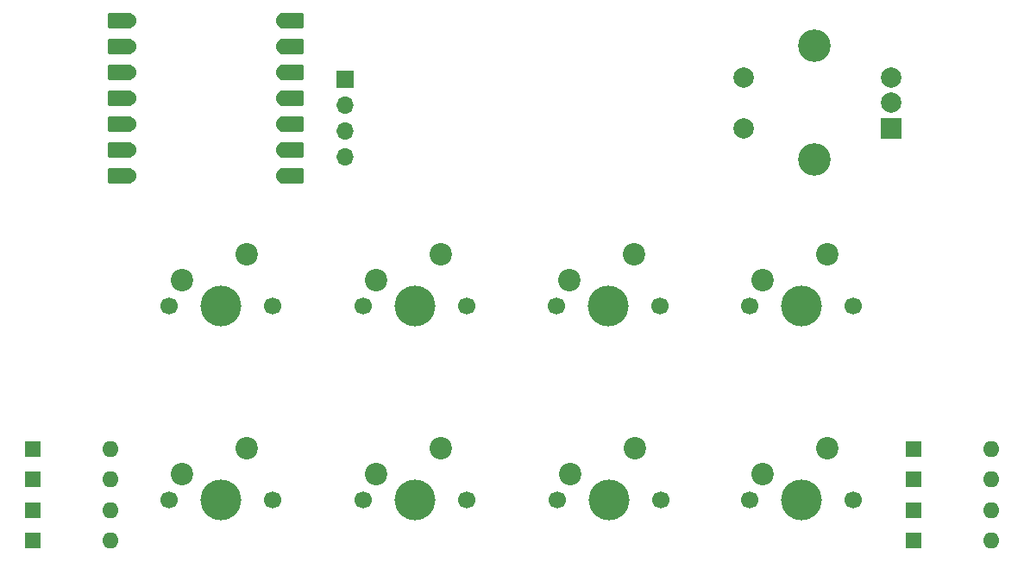
<source format=gbr>
%TF.GenerationSoftware,KiCad,Pcbnew,8.0.6*%
%TF.CreationDate,2024-10-26T22:47:32+05:30*%
%TF.ProjectId,Macropad,4d616372-6f70-4616-942e-6b696361645f,rev?*%
%TF.SameCoordinates,Original*%
%TF.FileFunction,Soldermask,Top*%
%TF.FilePolarity,Negative*%
%FSLAX46Y46*%
G04 Gerber Fmt 4.6, Leading zero omitted, Abs format (unit mm)*
G04 Created by KiCad (PCBNEW 8.0.6) date 2024-10-26 22:47:32*
%MOMM*%
%LPD*%
G01*
G04 APERTURE LIST*
G04 Aperture macros list*
%AMRoundRect*
0 Rectangle with rounded corners*
0 $1 Rounding radius*
0 $2 $3 $4 $5 $6 $7 $8 $9 X,Y pos of 4 corners*
0 Add a 4 corners polygon primitive as box body*
4,1,4,$2,$3,$4,$5,$6,$7,$8,$9,$2,$3,0*
0 Add four circle primitives for the rounded corners*
1,1,$1+$1,$2,$3*
1,1,$1+$1,$4,$5*
1,1,$1+$1,$6,$7*
1,1,$1+$1,$8,$9*
0 Add four rect primitives between the rounded corners*
20,1,$1+$1,$2,$3,$4,$5,0*
20,1,$1+$1,$4,$5,$6,$7,0*
20,1,$1+$1,$6,$7,$8,$9,0*
20,1,$1+$1,$8,$9,$2,$3,0*%
G04 Aperture macros list end*
%ADD10C,1.700000*%
%ADD11C,4.000000*%
%ADD12C,2.200000*%
%ADD13R,1.600000X1.600000*%
%ADD14O,1.600000X1.600000*%
%ADD15R,2.000000X2.000000*%
%ADD16C,2.000000*%
%ADD17C,3.200000*%
%ADD18RoundRect,0.152400X1.063600X0.609600X-1.063600X0.609600X-1.063600X-0.609600X1.063600X-0.609600X0*%
%ADD19C,1.524000*%
%ADD20RoundRect,0.152400X-1.063600X-0.609600X1.063600X-0.609600X1.063600X0.609600X-1.063600X0.609600X0*%
%ADD21R,1.700000X1.700000*%
%ADD22O,1.700000X1.700000*%
G04 APERTURE END LIST*
D10*
%TO.C,SW3*%
X120920000Y-115000000D03*
D11*
X126000000Y-115000000D03*
D10*
X131080000Y-115000000D03*
D12*
X128540000Y-109920000D03*
X122190000Y-112460000D03*
%TD*%
D13*
%TO.C,D8*%
X69500000Y-138000000D03*
D14*
X77120000Y-138000000D03*
%TD*%
D15*
%TO.C,SW9*%
X153750000Y-97500000D03*
D16*
X153750000Y-92500000D03*
X153750000Y-95000000D03*
D17*
X146250000Y-100600000D03*
X146250000Y-89400000D03*
D16*
X139250000Y-92500000D03*
X139250000Y-97500000D03*
%TD*%
D10*
%TO.C,SW8*%
X139920000Y-134000000D03*
D11*
X145000000Y-134000000D03*
D10*
X150080000Y-134000000D03*
D12*
X147540000Y-128920000D03*
X141190000Y-131460000D03*
%TD*%
D13*
%TO.C,D4*%
X156000000Y-138000000D03*
D14*
X163620000Y-138000000D03*
%TD*%
D10*
%TO.C,SW4*%
X139920000Y-115000000D03*
D11*
X145000000Y-115000000D03*
D10*
X150080000Y-115000000D03*
D12*
X147540000Y-109920000D03*
X141190000Y-112460000D03*
%TD*%
D18*
%TO.C,U1*%
X78045000Y-86960000D03*
D19*
X78880000Y-86960000D03*
D18*
X78045000Y-89500000D03*
D19*
X78880000Y-89500000D03*
D18*
X78045000Y-92040000D03*
D19*
X78880000Y-92040000D03*
D18*
X78045000Y-94580000D03*
D19*
X78880000Y-94580000D03*
D18*
X78045000Y-97120000D03*
D19*
X78880000Y-97120000D03*
D18*
X78045000Y-99660000D03*
D19*
X78880000Y-99660000D03*
D18*
X78045000Y-102200000D03*
D19*
X78880000Y-102200000D03*
X94120000Y-102200000D03*
D20*
X94955000Y-102200000D03*
D19*
X94120000Y-99660000D03*
D20*
X94955000Y-99660000D03*
D19*
X94120000Y-97120000D03*
D20*
X94955000Y-97120000D03*
D19*
X94120000Y-94580000D03*
D20*
X94955000Y-94580000D03*
D19*
X94120000Y-92040000D03*
D20*
X94955000Y-92040000D03*
D19*
X94120000Y-89500000D03*
D20*
X94955000Y-89500000D03*
D19*
X94120000Y-86960000D03*
D20*
X94955000Y-86960000D03*
%TD*%
D10*
%TO.C,SW6*%
X101920000Y-134000000D03*
D11*
X107000000Y-134000000D03*
D10*
X112080000Y-134000000D03*
D12*
X109540000Y-128920000D03*
X103190000Y-131460000D03*
%TD*%
D13*
%TO.C,D1*%
X156000000Y-129000000D03*
D14*
X163620000Y-129000000D03*
%TD*%
D13*
%TO.C,D7*%
X69500000Y-135000000D03*
D14*
X77120000Y-135000000D03*
%TD*%
D21*
%TO.C,J1*%
X100150000Y-92700000D03*
D22*
X100150000Y-95240000D03*
X100150000Y-97780000D03*
X100150000Y-100320000D03*
%TD*%
D10*
%TO.C,SW2*%
X101920000Y-115000000D03*
D11*
X107000000Y-115000000D03*
D10*
X112080000Y-115000000D03*
D12*
X109540000Y-109920000D03*
X103190000Y-112460000D03*
%TD*%
D10*
%TO.C,SW1*%
X82920000Y-115000000D03*
D11*
X88000000Y-115000000D03*
D10*
X93080000Y-115000000D03*
D12*
X90540000Y-109920000D03*
X84190000Y-112460000D03*
%TD*%
D13*
%TO.C,D2*%
X156000000Y-132000000D03*
D14*
X163620000Y-132000000D03*
%TD*%
D13*
%TO.C,D3*%
X156000000Y-135000000D03*
D14*
X163620000Y-135000000D03*
%TD*%
D10*
%TO.C,SW5*%
X82920000Y-134000000D03*
D11*
X88000000Y-134000000D03*
D10*
X93080000Y-134000000D03*
D12*
X90540000Y-128920000D03*
X84190000Y-131460000D03*
%TD*%
D13*
%TO.C,D6*%
X69500000Y-132000000D03*
D14*
X77120000Y-132000000D03*
%TD*%
D13*
%TO.C,D5*%
X69500000Y-129000000D03*
D14*
X77120000Y-129000000D03*
%TD*%
D10*
%TO.C,SW7*%
X121000000Y-134000000D03*
D11*
X126080000Y-134000000D03*
D10*
X131160000Y-134000000D03*
D12*
X128620000Y-128920000D03*
X122270000Y-131460000D03*
%TD*%
M02*

</source>
